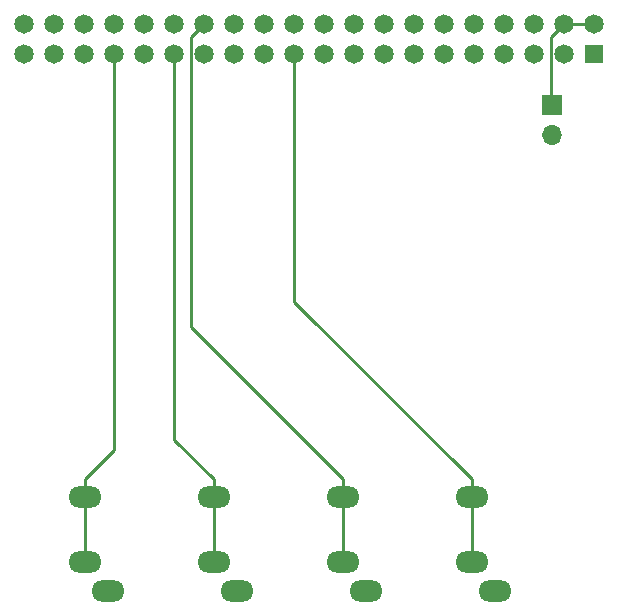
<source format=gbr>
%TF.GenerationSoftware,KiCad,Pcbnew,5.1.10-88a1d61d58~90~ubuntu20.04.1*%
%TF.CreationDate,2021-12-20T21:33:27+00:00*%
%TF.ProjectId,RPi_shield,5250695f-7368-4696-956c-642e6b696361,rev?*%
%TF.SameCoordinates,Original*%
%TF.FileFunction,Copper,L1,Top*%
%TF.FilePolarity,Positive*%
%FSLAX46Y46*%
G04 Gerber Fmt 4.6, Leading zero omitted, Abs format (unit mm)*
G04 Created by KiCad (PCBNEW 5.1.10-88a1d61d58~90~ubuntu20.04.1) date 2021-12-20 21:33:27*
%MOMM*%
%LPD*%
G01*
G04 APERTURE LIST*
%TA.AperFunction,ComponentPad*%
%ADD10O,2.800000X1.800000*%
%TD*%
%TA.AperFunction,ComponentPad*%
%ADD11R,1.640000X1.640000*%
%TD*%
%TA.AperFunction,ComponentPad*%
%ADD12C,1.640000*%
%TD*%
%TA.AperFunction,ComponentPad*%
%ADD13R,1.700000X1.700000*%
%TD*%
%TA.AperFunction,ComponentPad*%
%ADD14O,1.700000X1.700000*%
%TD*%
%TA.AperFunction,Conductor*%
%ADD15C,0.250000*%
%TD*%
G04 APERTURE END LIST*
D10*
%TO.P,J1,R*%
%TO.N,jack3*%
X97822000Y-74904000D03*
%TO.P,J1,T*%
X97822000Y-80404000D03*
%TO.P,J1,S*%
%TO.N,GND*%
X99822000Y-82804000D03*
%TD*%
%TO.P,J2,S*%
%TO.N,GND*%
X77978000Y-82804000D03*
%TO.P,J2,T*%
%TO.N,jack2*%
X75978000Y-80404000D03*
%TO.P,J2,R*%
X75978000Y-74904000D03*
%TD*%
%TO.P,J3,R*%
%TO.N,jack1*%
X86900000Y-74904000D03*
%TO.P,J3,T*%
X86900000Y-80404000D03*
%TO.P,J3,S*%
%TO.N,GND*%
X88900000Y-82804000D03*
%TD*%
%TO.P,J4,S*%
%TO.N,GND*%
X67056000Y-82804000D03*
%TO.P,J4,T*%
%TO.N,jack4*%
X65056000Y-80404000D03*
%TO.P,J4,R*%
X65056000Y-74904000D03*
%TD*%
D11*
%TO.P,J5,1*%
%TO.N,Net-(J5-Pad1)*%
X108204000Y-37338000D03*
D12*
%TO.P,J5,2*%
%TO.N,+5V*%
X108204000Y-34798000D03*
%TO.P,J5,3*%
%TO.N,Net-(J5-Pad3)*%
X105664000Y-37338000D03*
%TO.P,J5,4*%
%TO.N,+5V*%
X105664000Y-34798000D03*
%TO.P,J5,5*%
%TO.N,Net-(J5-Pad5)*%
X103124000Y-37338000D03*
%TO.P,J5,6*%
%TO.N,GND*%
X103124000Y-34798000D03*
%TO.P,J5,7*%
%TO.N,Net-(J5-Pad7)*%
X100584000Y-37338000D03*
%TO.P,J5,8*%
%TO.N,Net-(J5-Pad8)*%
X100584000Y-34798000D03*
%TO.P,J5,9*%
%TO.N,GND*%
X98044000Y-37338000D03*
%TO.P,J5,10*%
%TO.N,Net-(J5-Pad10)*%
X98044000Y-34798000D03*
%TO.P,J5,11*%
%TO.N,Net-(J5-Pad11)*%
X95504000Y-37338000D03*
%TO.P,J5,12*%
%TO.N,Net-(J5-Pad12)*%
X95504000Y-34798000D03*
%TO.P,J5,13*%
%TO.N,Net-(J5-Pad13)*%
X92964000Y-37338000D03*
%TO.P,J5,14*%
%TO.N,GND*%
X92964000Y-34798000D03*
%TO.P,J5,15*%
%TO.N,Net-(J5-Pad15)*%
X90424000Y-37338000D03*
%TO.P,J5,16*%
%TO.N,Net-(J5-Pad16)*%
X90424000Y-34798000D03*
%TO.P,J5,17*%
%TO.N,Net-(J5-Pad17)*%
X87884000Y-37338000D03*
%TO.P,J5,18*%
%TO.N,Net-(J5-Pad18)*%
X87884000Y-34798000D03*
%TO.P,J5,19*%
%TO.N,Net-(J5-Pad19)*%
X85344000Y-37338000D03*
%TO.P,J5,20*%
%TO.N,GND*%
X85344000Y-34798000D03*
%TO.P,J5,21*%
%TO.N,jack3*%
X82804000Y-37338000D03*
%TO.P,J5,22*%
%TO.N,Net-(J5-Pad22)*%
X82804000Y-34798000D03*
%TO.P,J5,23*%
%TO.N,Net-(J5-Pad23)*%
X80264000Y-37338000D03*
%TO.P,J5,24*%
%TO.N,Net-(J5-Pad24)*%
X80264000Y-34798000D03*
%TO.P,J5,25*%
%TO.N,GND*%
X77724000Y-37338000D03*
%TO.P,J5,26*%
%TO.N,Net-(J5-Pad26)*%
X77724000Y-34798000D03*
%TO.P,J5,27*%
%TO.N,Net-(J5-Pad27)*%
X75184000Y-37338000D03*
%TO.P,J5,28*%
%TO.N,jack1*%
X75184000Y-34798000D03*
%TO.P,J5,29*%
%TO.N,jack2*%
X72644000Y-37338000D03*
%TO.P,J5,30*%
%TO.N,GND*%
X72644000Y-34798000D03*
%TO.P,J5,31*%
%TO.N,Net-(J5-Pad31)*%
X70104000Y-37338000D03*
%TO.P,J5,32*%
%TO.N,Net-(J5-Pad32)*%
X70104000Y-34798000D03*
%TO.P,J5,33*%
%TO.N,jack4*%
X67564000Y-37338000D03*
%TO.P,J5,34*%
%TO.N,GND*%
X67564000Y-34798000D03*
%TO.P,J5,35*%
%TO.N,Net-(J5-Pad35)*%
X65024000Y-37338000D03*
%TO.P,J5,36*%
%TO.N,Net-(J5-Pad36)*%
X65024000Y-34798000D03*
%TO.P,J5,37*%
%TO.N,Net-(J5-Pad37)*%
X62484000Y-37338000D03*
%TO.P,J5,38*%
%TO.N,Net-(J5-Pad38)*%
X62484000Y-34798000D03*
%TO.P,J5,39*%
%TO.N,GND*%
X59944000Y-37338000D03*
%TO.P,J5,40*%
%TO.N,Net-(J5-Pad40)*%
X59944000Y-34798000D03*
%TD*%
D13*
%TO.P,M1,1*%
%TO.N,+5V*%
X104648000Y-41656000D03*
D14*
%TO.P,M1,2*%
%TO.N,GND*%
X104648000Y-44196000D03*
%TD*%
D15*
%TO.N,jack3*%
X82804000Y-58362000D02*
X97822000Y-73380000D01*
X82804000Y-37338000D02*
X82804000Y-58362000D01*
X97822000Y-78880000D02*
X97822000Y-80404000D01*
X97822000Y-74904000D02*
X97822000Y-73692000D01*
X97822000Y-73692000D02*
X97822000Y-78880000D01*
X97822000Y-73380000D02*
X97822000Y-73692000D01*
%TO.N,jack2*%
X72644000Y-70046000D02*
X75978000Y-73380000D01*
X72644000Y-37338000D02*
X72644000Y-70046000D01*
X75978000Y-78880000D02*
X75978000Y-73380000D01*
X75978000Y-78880000D02*
X75978000Y-80404000D01*
%TO.N,jack1*%
X74038999Y-60518999D02*
X86900000Y-73380000D01*
X74038999Y-35943001D02*
X74038999Y-60518999D01*
X75184000Y-34798000D02*
X74038999Y-35943001D01*
X86900000Y-73380000D02*
X86900000Y-78880000D01*
X86900000Y-78880000D02*
X86900000Y-80404000D01*
%TO.N,jack4*%
X67564000Y-70872000D02*
X65056000Y-73380000D01*
X67564000Y-37338000D02*
X67564000Y-70872000D01*
X65056000Y-73380000D02*
X65056000Y-78880000D01*
X65056000Y-78880000D02*
X65056000Y-80404000D01*
%TO.N,+5V*%
X105664000Y-34798000D02*
X108204000Y-34798000D01*
X104518999Y-41526999D02*
X104648000Y-41656000D01*
X104518999Y-35943001D02*
X104518999Y-41526999D01*
X105664000Y-34798000D02*
X104518999Y-35943001D01*
%TD*%
M02*

</source>
